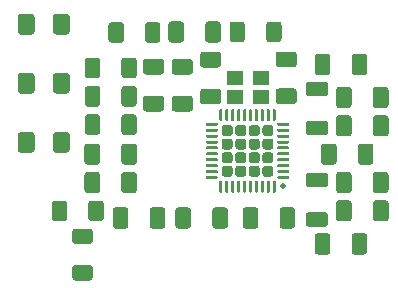
<source format=gbr>
%TF.GenerationSoftware,KiCad,Pcbnew,(5.1.9-0-10_14)*%
%TF.CreationDate,2021-04-13T14:38:05+01:00*%
%TF.ProjectId,PN532,504e3533-322e-46b6-9963-61645f706362,rev?*%
%TF.SameCoordinates,Original*%
%TF.FileFunction,Paste,Top*%
%TF.FilePolarity,Positive*%
%FSLAX46Y46*%
G04 Gerber Fmt 4.6, Leading zero omitted, Abs format (unit mm)*
G04 Created by KiCad (PCBNEW (5.1.9-0-10_14)) date 2021-04-13 14:38:05*
%MOMM*%
%LPD*%
G01*
G04 APERTURE LIST*
%ADD10R,1.400000X1.150000*%
%ADD11C,0.500000*%
%ADD12R,0.100000X0.100000*%
G04 APERTURE END LIST*
%TO.C,C11*%
G36*
G01*
X116337500Y-82050002D02*
X116337500Y-80749998D01*
G75*
G02*
X116587498Y-80500000I249998J0D01*
G01*
X117412502Y-80500000D01*
G75*
G02*
X117662500Y-80749998I0J-249998D01*
G01*
X117662500Y-82050002D01*
G75*
G02*
X117412502Y-82300000I-249998J0D01*
G01*
X116587498Y-82300000D01*
G75*
G02*
X116337500Y-82050002I0J249998D01*
G01*
G37*
G36*
G01*
X113212500Y-82050002D02*
X113212500Y-80749998D01*
G75*
G02*
X113462498Y-80500000I249998J0D01*
G01*
X114287502Y-80500000D01*
G75*
G02*
X114537500Y-80749998I0J-249998D01*
G01*
X114537500Y-82050002D01*
G75*
G02*
X114287502Y-82300000I-249998J0D01*
G01*
X113462498Y-82300000D01*
G75*
G02*
X113212500Y-82050002I0J249998D01*
G01*
G37*
%TD*%
%TO.C,C7*%
G36*
G01*
X116337500Y-79650002D02*
X116337500Y-78349998D01*
G75*
G02*
X116587498Y-78100000I249998J0D01*
G01*
X117412502Y-78100000D01*
G75*
G02*
X117662500Y-78349998I0J-249998D01*
G01*
X117662500Y-79650002D01*
G75*
G02*
X117412502Y-79900000I-249998J0D01*
G01*
X116587498Y-79900000D01*
G75*
G02*
X116337500Y-79650002I0J249998D01*
G01*
G37*
G36*
G01*
X113212500Y-79650002D02*
X113212500Y-78349998D01*
G75*
G02*
X113462498Y-78100000I249998J0D01*
G01*
X114287502Y-78100000D01*
G75*
G02*
X114537500Y-78349998I0J-249998D01*
G01*
X114537500Y-79650002D01*
G75*
G02*
X114287502Y-79900000I-249998J0D01*
G01*
X113462498Y-79900000D01*
G75*
G02*
X113212500Y-79650002I0J249998D01*
G01*
G37*
%TD*%
D10*
%TO.C,Y1*%
X125990000Y-74140000D03*
X125990000Y-72540000D03*
X128190000Y-72540000D03*
X128190000Y-74140000D03*
%TD*%
%TO.C,D3*%
G36*
G01*
X108995000Y-77375000D02*
X108995000Y-78625000D01*
G75*
G02*
X108745000Y-78875000I-250000J0D01*
G01*
X107820000Y-78875000D01*
G75*
G02*
X107570000Y-78625000I0J250000D01*
G01*
X107570000Y-77375000D01*
G75*
G02*
X107820000Y-77125000I250000J0D01*
G01*
X108745000Y-77125000D01*
G75*
G02*
X108995000Y-77375000I0J-250000D01*
G01*
G37*
G36*
G01*
X111970000Y-77375000D02*
X111970000Y-78625000D01*
G75*
G02*
X111720000Y-78875000I-250000J0D01*
G01*
X110795000Y-78875000D01*
G75*
G02*
X110545000Y-78625000I0J250000D01*
G01*
X110545000Y-77375000D01*
G75*
G02*
X110795000Y-77125000I250000J0D01*
G01*
X111720000Y-77125000D01*
G75*
G02*
X111970000Y-77375000I0J-250000D01*
G01*
G37*
%TD*%
%TO.C,D2*%
G36*
G01*
X108995000Y-72375000D02*
X108995000Y-73625000D01*
G75*
G02*
X108745000Y-73875000I-250000J0D01*
G01*
X107820000Y-73875000D01*
G75*
G02*
X107570000Y-73625000I0J250000D01*
G01*
X107570000Y-72375000D01*
G75*
G02*
X107820000Y-72125000I250000J0D01*
G01*
X108745000Y-72125000D01*
G75*
G02*
X108995000Y-72375000I0J-250000D01*
G01*
G37*
G36*
G01*
X111970000Y-72375000D02*
X111970000Y-73625000D01*
G75*
G02*
X111720000Y-73875000I-250000J0D01*
G01*
X110795000Y-73875000D01*
G75*
G02*
X110545000Y-73625000I0J250000D01*
G01*
X110545000Y-72375000D01*
G75*
G02*
X110795000Y-72125000I250000J0D01*
G01*
X111720000Y-72125000D01*
G75*
G02*
X111970000Y-72375000I0J-250000D01*
G01*
G37*
%TD*%
%TO.C,D1*%
G36*
G01*
X108995000Y-67375000D02*
X108995000Y-68625000D01*
G75*
G02*
X108745000Y-68875000I-250000J0D01*
G01*
X107820000Y-68875000D01*
G75*
G02*
X107570000Y-68625000I0J250000D01*
G01*
X107570000Y-67375000D01*
G75*
G02*
X107820000Y-67125000I250000J0D01*
G01*
X108745000Y-67125000D01*
G75*
G02*
X108995000Y-67375000I0J-250000D01*
G01*
G37*
G36*
G01*
X111970000Y-67375000D02*
X111970000Y-68625000D01*
G75*
G02*
X111720000Y-68875000I-250000J0D01*
G01*
X110795000Y-68875000D01*
G75*
G02*
X110545000Y-68625000I0J250000D01*
G01*
X110545000Y-67375000D01*
G75*
G02*
X110795000Y-67125000I250000J0D01*
G01*
X111720000Y-67125000D01*
G75*
G02*
X111970000Y-67375000I0J-250000D01*
G01*
G37*
%TD*%
D11*
%TO.C,U1*%
X130025000Y-81725000D03*
D12*
X130025000Y-81725000D03*
X124025000Y-81725000D03*
X124025000Y-75725000D03*
X130025000Y-75725000D03*
G36*
G01*
X125765000Y-76767500D02*
X125765000Y-77232500D01*
G75*
G02*
X125532500Y-77465000I-232500J0D01*
G01*
X125067500Y-77465000D01*
G75*
G02*
X124835000Y-77232500I0J232500D01*
G01*
X124835000Y-76767500D01*
G75*
G02*
X125067500Y-76535000I232500J0D01*
G01*
X125532500Y-76535000D01*
G75*
G02*
X125765000Y-76767500I0J-232500D01*
G01*
G37*
G36*
G01*
X125765000Y-77917500D02*
X125765000Y-78382500D01*
G75*
G02*
X125532500Y-78615000I-232500J0D01*
G01*
X125067500Y-78615000D01*
G75*
G02*
X124835000Y-78382500I0J232500D01*
G01*
X124835000Y-77917500D01*
G75*
G02*
X125067500Y-77685000I232500J0D01*
G01*
X125532500Y-77685000D01*
G75*
G02*
X125765000Y-77917500I0J-232500D01*
G01*
G37*
G36*
G01*
X125765000Y-79067500D02*
X125765000Y-79532500D01*
G75*
G02*
X125532500Y-79765000I-232500J0D01*
G01*
X125067500Y-79765000D01*
G75*
G02*
X124835000Y-79532500I0J232500D01*
G01*
X124835000Y-79067500D01*
G75*
G02*
X125067500Y-78835000I232500J0D01*
G01*
X125532500Y-78835000D01*
G75*
G02*
X125765000Y-79067500I0J-232500D01*
G01*
G37*
G36*
G01*
X125765000Y-80217500D02*
X125765000Y-80682500D01*
G75*
G02*
X125532500Y-80915000I-232500J0D01*
G01*
X125067500Y-80915000D01*
G75*
G02*
X124835000Y-80682500I0J232500D01*
G01*
X124835000Y-80217500D01*
G75*
G02*
X125067500Y-79985000I232500J0D01*
G01*
X125532500Y-79985000D01*
G75*
G02*
X125765000Y-80217500I0J-232500D01*
G01*
G37*
G36*
G01*
X126915000Y-76767500D02*
X126915000Y-77232500D01*
G75*
G02*
X126682500Y-77465000I-232500J0D01*
G01*
X126217500Y-77465000D01*
G75*
G02*
X125985000Y-77232500I0J232500D01*
G01*
X125985000Y-76767500D01*
G75*
G02*
X126217500Y-76535000I232500J0D01*
G01*
X126682500Y-76535000D01*
G75*
G02*
X126915000Y-76767500I0J-232500D01*
G01*
G37*
G36*
G01*
X126915000Y-77917500D02*
X126915000Y-78382500D01*
G75*
G02*
X126682500Y-78615000I-232500J0D01*
G01*
X126217500Y-78615000D01*
G75*
G02*
X125985000Y-78382500I0J232500D01*
G01*
X125985000Y-77917500D01*
G75*
G02*
X126217500Y-77685000I232500J0D01*
G01*
X126682500Y-77685000D01*
G75*
G02*
X126915000Y-77917500I0J-232500D01*
G01*
G37*
G36*
G01*
X126915000Y-79067500D02*
X126915000Y-79532500D01*
G75*
G02*
X126682500Y-79765000I-232500J0D01*
G01*
X126217500Y-79765000D01*
G75*
G02*
X125985000Y-79532500I0J232500D01*
G01*
X125985000Y-79067500D01*
G75*
G02*
X126217500Y-78835000I232500J0D01*
G01*
X126682500Y-78835000D01*
G75*
G02*
X126915000Y-79067500I0J-232500D01*
G01*
G37*
G36*
G01*
X126915000Y-80217500D02*
X126915000Y-80682500D01*
G75*
G02*
X126682500Y-80915000I-232500J0D01*
G01*
X126217500Y-80915000D01*
G75*
G02*
X125985000Y-80682500I0J232500D01*
G01*
X125985000Y-80217500D01*
G75*
G02*
X126217500Y-79985000I232500J0D01*
G01*
X126682500Y-79985000D01*
G75*
G02*
X126915000Y-80217500I0J-232500D01*
G01*
G37*
G36*
G01*
X128065000Y-76767500D02*
X128065000Y-77232500D01*
G75*
G02*
X127832500Y-77465000I-232500J0D01*
G01*
X127367500Y-77465000D01*
G75*
G02*
X127135000Y-77232500I0J232500D01*
G01*
X127135000Y-76767500D01*
G75*
G02*
X127367500Y-76535000I232500J0D01*
G01*
X127832500Y-76535000D01*
G75*
G02*
X128065000Y-76767500I0J-232500D01*
G01*
G37*
G36*
G01*
X128065000Y-77917500D02*
X128065000Y-78382500D01*
G75*
G02*
X127832500Y-78615000I-232500J0D01*
G01*
X127367500Y-78615000D01*
G75*
G02*
X127135000Y-78382500I0J232500D01*
G01*
X127135000Y-77917500D01*
G75*
G02*
X127367500Y-77685000I232500J0D01*
G01*
X127832500Y-77685000D01*
G75*
G02*
X128065000Y-77917500I0J-232500D01*
G01*
G37*
G36*
G01*
X128065000Y-79067500D02*
X128065000Y-79532500D01*
G75*
G02*
X127832500Y-79765000I-232500J0D01*
G01*
X127367500Y-79765000D01*
G75*
G02*
X127135000Y-79532500I0J232500D01*
G01*
X127135000Y-79067500D01*
G75*
G02*
X127367500Y-78835000I232500J0D01*
G01*
X127832500Y-78835000D01*
G75*
G02*
X128065000Y-79067500I0J-232500D01*
G01*
G37*
G36*
G01*
X128065000Y-80217500D02*
X128065000Y-80682500D01*
G75*
G02*
X127832500Y-80915000I-232500J0D01*
G01*
X127367500Y-80915000D01*
G75*
G02*
X127135000Y-80682500I0J232500D01*
G01*
X127135000Y-80217500D01*
G75*
G02*
X127367500Y-79985000I232500J0D01*
G01*
X127832500Y-79985000D01*
G75*
G02*
X128065000Y-80217500I0J-232500D01*
G01*
G37*
G36*
G01*
X129215000Y-76767500D02*
X129215000Y-77232500D01*
G75*
G02*
X128982500Y-77465000I-232500J0D01*
G01*
X128517500Y-77465000D01*
G75*
G02*
X128285000Y-77232500I0J232500D01*
G01*
X128285000Y-76767500D01*
G75*
G02*
X128517500Y-76535000I232500J0D01*
G01*
X128982500Y-76535000D01*
G75*
G02*
X129215000Y-76767500I0J-232500D01*
G01*
G37*
G36*
G01*
X129215000Y-77917500D02*
X129215000Y-78382500D01*
G75*
G02*
X128982500Y-78615000I-232500J0D01*
G01*
X128517500Y-78615000D01*
G75*
G02*
X128285000Y-78382500I0J232500D01*
G01*
X128285000Y-77917500D01*
G75*
G02*
X128517500Y-77685000I232500J0D01*
G01*
X128982500Y-77685000D01*
G75*
G02*
X129215000Y-77917500I0J-232500D01*
G01*
G37*
G36*
G01*
X129215000Y-79067500D02*
X129215000Y-79532500D01*
G75*
G02*
X128982500Y-79765000I-232500J0D01*
G01*
X128517500Y-79765000D01*
G75*
G02*
X128285000Y-79532500I0J232500D01*
G01*
X128285000Y-79067500D01*
G75*
G02*
X128517500Y-78835000I232500J0D01*
G01*
X128982500Y-78835000D01*
G75*
G02*
X129215000Y-79067500I0J-232500D01*
G01*
G37*
G36*
G01*
X129215000Y-80217500D02*
X129215000Y-80682500D01*
G75*
G02*
X128982500Y-80915000I-232500J0D01*
G01*
X128517500Y-80915000D01*
G75*
G02*
X128285000Y-80682500I0J232500D01*
G01*
X128285000Y-80217500D01*
G75*
G02*
X128517500Y-79985000I232500J0D01*
G01*
X128982500Y-79985000D01*
G75*
G02*
X129215000Y-80217500I0J-232500D01*
G01*
G37*
G36*
G01*
X129400000Y-81312500D02*
X129400000Y-82187500D01*
G75*
G02*
X129337500Y-82250000I-62500J0D01*
G01*
X129212500Y-82250000D01*
G75*
G02*
X129150000Y-82187500I0J62500D01*
G01*
X129150000Y-81312500D01*
G75*
G02*
X129212500Y-81250000I62500J0D01*
G01*
X129337500Y-81250000D01*
G75*
G02*
X129400000Y-81312500I0J-62500D01*
G01*
G37*
G36*
G01*
X128900000Y-81312500D02*
X128900000Y-82187500D01*
G75*
G02*
X128837500Y-82250000I-62500J0D01*
G01*
X128712500Y-82250000D01*
G75*
G02*
X128650000Y-82187500I0J62500D01*
G01*
X128650000Y-81312500D01*
G75*
G02*
X128712500Y-81250000I62500J0D01*
G01*
X128837500Y-81250000D01*
G75*
G02*
X128900000Y-81312500I0J-62500D01*
G01*
G37*
G36*
G01*
X128400000Y-81312500D02*
X128400000Y-82187500D01*
G75*
G02*
X128337500Y-82250000I-62500J0D01*
G01*
X128212500Y-82250000D01*
G75*
G02*
X128150000Y-82187500I0J62500D01*
G01*
X128150000Y-81312500D01*
G75*
G02*
X128212500Y-81250000I62500J0D01*
G01*
X128337500Y-81250000D01*
G75*
G02*
X128400000Y-81312500I0J-62500D01*
G01*
G37*
G36*
G01*
X127900000Y-81312500D02*
X127900000Y-82187500D01*
G75*
G02*
X127837500Y-82250000I-62500J0D01*
G01*
X127712500Y-82250000D01*
G75*
G02*
X127650000Y-82187500I0J62500D01*
G01*
X127650000Y-81312500D01*
G75*
G02*
X127712500Y-81250000I62500J0D01*
G01*
X127837500Y-81250000D01*
G75*
G02*
X127900000Y-81312500I0J-62500D01*
G01*
G37*
G36*
G01*
X127400000Y-81312500D02*
X127400000Y-82187500D01*
G75*
G02*
X127337500Y-82250000I-62500J0D01*
G01*
X127212500Y-82250000D01*
G75*
G02*
X127150000Y-82187500I0J62500D01*
G01*
X127150000Y-81312500D01*
G75*
G02*
X127212500Y-81250000I62500J0D01*
G01*
X127337500Y-81250000D01*
G75*
G02*
X127400000Y-81312500I0J-62500D01*
G01*
G37*
G36*
G01*
X126900000Y-81312500D02*
X126900000Y-82187500D01*
G75*
G02*
X126837500Y-82250000I-62500J0D01*
G01*
X126712500Y-82250000D01*
G75*
G02*
X126650000Y-82187500I0J62500D01*
G01*
X126650000Y-81312500D01*
G75*
G02*
X126712500Y-81250000I62500J0D01*
G01*
X126837500Y-81250000D01*
G75*
G02*
X126900000Y-81312500I0J-62500D01*
G01*
G37*
G36*
G01*
X126400000Y-81312500D02*
X126400000Y-82187500D01*
G75*
G02*
X126337500Y-82250000I-62500J0D01*
G01*
X126212500Y-82250000D01*
G75*
G02*
X126150000Y-82187500I0J62500D01*
G01*
X126150000Y-81312500D01*
G75*
G02*
X126212500Y-81250000I62500J0D01*
G01*
X126337500Y-81250000D01*
G75*
G02*
X126400000Y-81312500I0J-62500D01*
G01*
G37*
G36*
G01*
X125900000Y-81312500D02*
X125900000Y-82187500D01*
G75*
G02*
X125837500Y-82250000I-62500J0D01*
G01*
X125712500Y-82250000D01*
G75*
G02*
X125650000Y-82187500I0J62500D01*
G01*
X125650000Y-81312500D01*
G75*
G02*
X125712500Y-81250000I62500J0D01*
G01*
X125837500Y-81250000D01*
G75*
G02*
X125900000Y-81312500I0J-62500D01*
G01*
G37*
G36*
G01*
X125400000Y-81312500D02*
X125400000Y-82187500D01*
G75*
G02*
X125337500Y-82250000I-62500J0D01*
G01*
X125212500Y-82250000D01*
G75*
G02*
X125150000Y-82187500I0J62500D01*
G01*
X125150000Y-81312500D01*
G75*
G02*
X125212500Y-81250000I62500J0D01*
G01*
X125337500Y-81250000D01*
G75*
G02*
X125400000Y-81312500I0J-62500D01*
G01*
G37*
G36*
G01*
X124900000Y-81312500D02*
X124900000Y-82187500D01*
G75*
G02*
X124837500Y-82250000I-62500J0D01*
G01*
X124712500Y-82250000D01*
G75*
G02*
X124650000Y-82187500I0J62500D01*
G01*
X124650000Y-81312500D01*
G75*
G02*
X124712500Y-81250000I62500J0D01*
G01*
X124837500Y-81250000D01*
G75*
G02*
X124900000Y-81312500I0J-62500D01*
G01*
G37*
G36*
G01*
X124500000Y-80912500D02*
X124500000Y-81037500D01*
G75*
G02*
X124437500Y-81100000I-62500J0D01*
G01*
X123562500Y-81100000D01*
G75*
G02*
X123500000Y-81037500I0J62500D01*
G01*
X123500000Y-80912500D01*
G75*
G02*
X123562500Y-80850000I62500J0D01*
G01*
X124437500Y-80850000D01*
G75*
G02*
X124500000Y-80912500I0J-62500D01*
G01*
G37*
G36*
G01*
X124500000Y-80412500D02*
X124500000Y-80537500D01*
G75*
G02*
X124437500Y-80600000I-62500J0D01*
G01*
X123562500Y-80600000D01*
G75*
G02*
X123500000Y-80537500I0J62500D01*
G01*
X123500000Y-80412500D01*
G75*
G02*
X123562500Y-80350000I62500J0D01*
G01*
X124437500Y-80350000D01*
G75*
G02*
X124500000Y-80412500I0J-62500D01*
G01*
G37*
G36*
G01*
X124500000Y-79912500D02*
X124500000Y-80037500D01*
G75*
G02*
X124437500Y-80100000I-62500J0D01*
G01*
X123562500Y-80100000D01*
G75*
G02*
X123500000Y-80037500I0J62500D01*
G01*
X123500000Y-79912500D01*
G75*
G02*
X123562500Y-79850000I62500J0D01*
G01*
X124437500Y-79850000D01*
G75*
G02*
X124500000Y-79912500I0J-62500D01*
G01*
G37*
G36*
G01*
X124500000Y-79412500D02*
X124500000Y-79537500D01*
G75*
G02*
X124437500Y-79600000I-62500J0D01*
G01*
X123562500Y-79600000D01*
G75*
G02*
X123500000Y-79537500I0J62500D01*
G01*
X123500000Y-79412500D01*
G75*
G02*
X123562500Y-79350000I62500J0D01*
G01*
X124437500Y-79350000D01*
G75*
G02*
X124500000Y-79412500I0J-62500D01*
G01*
G37*
G36*
G01*
X124500000Y-78912500D02*
X124500000Y-79037500D01*
G75*
G02*
X124437500Y-79100000I-62500J0D01*
G01*
X123562500Y-79100000D01*
G75*
G02*
X123500000Y-79037500I0J62500D01*
G01*
X123500000Y-78912500D01*
G75*
G02*
X123562500Y-78850000I62500J0D01*
G01*
X124437500Y-78850000D01*
G75*
G02*
X124500000Y-78912500I0J-62500D01*
G01*
G37*
G36*
G01*
X124500000Y-78412500D02*
X124500000Y-78537500D01*
G75*
G02*
X124437500Y-78600000I-62500J0D01*
G01*
X123562500Y-78600000D01*
G75*
G02*
X123500000Y-78537500I0J62500D01*
G01*
X123500000Y-78412500D01*
G75*
G02*
X123562500Y-78350000I62500J0D01*
G01*
X124437500Y-78350000D01*
G75*
G02*
X124500000Y-78412500I0J-62500D01*
G01*
G37*
G36*
G01*
X124500000Y-77912500D02*
X124500000Y-78037500D01*
G75*
G02*
X124437500Y-78100000I-62500J0D01*
G01*
X123562500Y-78100000D01*
G75*
G02*
X123500000Y-78037500I0J62500D01*
G01*
X123500000Y-77912500D01*
G75*
G02*
X123562500Y-77850000I62500J0D01*
G01*
X124437500Y-77850000D01*
G75*
G02*
X124500000Y-77912500I0J-62500D01*
G01*
G37*
G36*
G01*
X124500000Y-77412500D02*
X124500000Y-77537500D01*
G75*
G02*
X124437500Y-77600000I-62500J0D01*
G01*
X123562500Y-77600000D01*
G75*
G02*
X123500000Y-77537500I0J62500D01*
G01*
X123500000Y-77412500D01*
G75*
G02*
X123562500Y-77350000I62500J0D01*
G01*
X124437500Y-77350000D01*
G75*
G02*
X124500000Y-77412500I0J-62500D01*
G01*
G37*
G36*
G01*
X124500000Y-76912500D02*
X124500000Y-77037500D01*
G75*
G02*
X124437500Y-77100000I-62500J0D01*
G01*
X123562500Y-77100000D01*
G75*
G02*
X123500000Y-77037500I0J62500D01*
G01*
X123500000Y-76912500D01*
G75*
G02*
X123562500Y-76850000I62500J0D01*
G01*
X124437500Y-76850000D01*
G75*
G02*
X124500000Y-76912500I0J-62500D01*
G01*
G37*
G36*
G01*
X124500000Y-76412500D02*
X124500000Y-76537500D01*
G75*
G02*
X124437500Y-76600000I-62500J0D01*
G01*
X123562500Y-76600000D01*
G75*
G02*
X123500000Y-76537500I0J62500D01*
G01*
X123500000Y-76412500D01*
G75*
G02*
X123562500Y-76350000I62500J0D01*
G01*
X124437500Y-76350000D01*
G75*
G02*
X124500000Y-76412500I0J-62500D01*
G01*
G37*
G36*
G01*
X124900000Y-75262500D02*
X124900000Y-76137500D01*
G75*
G02*
X124837500Y-76200000I-62500J0D01*
G01*
X124712500Y-76200000D01*
G75*
G02*
X124650000Y-76137500I0J62500D01*
G01*
X124650000Y-75262500D01*
G75*
G02*
X124712500Y-75200000I62500J0D01*
G01*
X124837500Y-75200000D01*
G75*
G02*
X124900000Y-75262500I0J-62500D01*
G01*
G37*
G36*
G01*
X125400000Y-75262500D02*
X125400000Y-76137500D01*
G75*
G02*
X125337500Y-76200000I-62500J0D01*
G01*
X125212500Y-76200000D01*
G75*
G02*
X125150000Y-76137500I0J62500D01*
G01*
X125150000Y-75262500D01*
G75*
G02*
X125212500Y-75200000I62500J0D01*
G01*
X125337500Y-75200000D01*
G75*
G02*
X125400000Y-75262500I0J-62500D01*
G01*
G37*
G36*
G01*
X125900000Y-75262500D02*
X125900000Y-76137500D01*
G75*
G02*
X125837500Y-76200000I-62500J0D01*
G01*
X125712500Y-76200000D01*
G75*
G02*
X125650000Y-76137500I0J62500D01*
G01*
X125650000Y-75262500D01*
G75*
G02*
X125712500Y-75200000I62500J0D01*
G01*
X125837500Y-75200000D01*
G75*
G02*
X125900000Y-75262500I0J-62500D01*
G01*
G37*
G36*
G01*
X126400000Y-75262500D02*
X126400000Y-76137500D01*
G75*
G02*
X126337500Y-76200000I-62500J0D01*
G01*
X126212500Y-76200000D01*
G75*
G02*
X126150000Y-76137500I0J62500D01*
G01*
X126150000Y-75262500D01*
G75*
G02*
X126212500Y-75200000I62500J0D01*
G01*
X126337500Y-75200000D01*
G75*
G02*
X126400000Y-75262500I0J-62500D01*
G01*
G37*
G36*
G01*
X126900000Y-75262500D02*
X126900000Y-76137500D01*
G75*
G02*
X126837500Y-76200000I-62500J0D01*
G01*
X126712500Y-76200000D01*
G75*
G02*
X126650000Y-76137500I0J62500D01*
G01*
X126650000Y-75262500D01*
G75*
G02*
X126712500Y-75200000I62500J0D01*
G01*
X126837500Y-75200000D01*
G75*
G02*
X126900000Y-75262500I0J-62500D01*
G01*
G37*
G36*
G01*
X127400000Y-75262500D02*
X127400000Y-76137500D01*
G75*
G02*
X127337500Y-76200000I-62500J0D01*
G01*
X127212500Y-76200000D01*
G75*
G02*
X127150000Y-76137500I0J62500D01*
G01*
X127150000Y-75262500D01*
G75*
G02*
X127212500Y-75200000I62500J0D01*
G01*
X127337500Y-75200000D01*
G75*
G02*
X127400000Y-75262500I0J-62500D01*
G01*
G37*
G36*
G01*
X127900000Y-75262500D02*
X127900000Y-76137500D01*
G75*
G02*
X127837500Y-76200000I-62500J0D01*
G01*
X127712500Y-76200000D01*
G75*
G02*
X127650000Y-76137500I0J62500D01*
G01*
X127650000Y-75262500D01*
G75*
G02*
X127712500Y-75200000I62500J0D01*
G01*
X127837500Y-75200000D01*
G75*
G02*
X127900000Y-75262500I0J-62500D01*
G01*
G37*
G36*
G01*
X128400000Y-75262500D02*
X128400000Y-76137500D01*
G75*
G02*
X128337500Y-76200000I-62500J0D01*
G01*
X128212500Y-76200000D01*
G75*
G02*
X128150000Y-76137500I0J62500D01*
G01*
X128150000Y-75262500D01*
G75*
G02*
X128212500Y-75200000I62500J0D01*
G01*
X128337500Y-75200000D01*
G75*
G02*
X128400000Y-75262500I0J-62500D01*
G01*
G37*
G36*
G01*
X128900000Y-75262500D02*
X128900000Y-76137500D01*
G75*
G02*
X128837500Y-76200000I-62500J0D01*
G01*
X128712500Y-76200000D01*
G75*
G02*
X128650000Y-76137500I0J62500D01*
G01*
X128650000Y-75262500D01*
G75*
G02*
X128712500Y-75200000I62500J0D01*
G01*
X128837500Y-75200000D01*
G75*
G02*
X128900000Y-75262500I0J-62500D01*
G01*
G37*
G36*
G01*
X129400000Y-75262500D02*
X129400000Y-76137500D01*
G75*
G02*
X129337500Y-76200000I-62500J0D01*
G01*
X129212500Y-76200000D01*
G75*
G02*
X129150000Y-76137500I0J62500D01*
G01*
X129150000Y-75262500D01*
G75*
G02*
X129212500Y-75200000I62500J0D01*
G01*
X129337500Y-75200000D01*
G75*
G02*
X129400000Y-75262500I0J-62500D01*
G01*
G37*
G36*
G01*
X130550000Y-76412500D02*
X130550000Y-76537500D01*
G75*
G02*
X130487500Y-76600000I-62500J0D01*
G01*
X129612500Y-76600000D01*
G75*
G02*
X129550000Y-76537500I0J62500D01*
G01*
X129550000Y-76412500D01*
G75*
G02*
X129612500Y-76350000I62500J0D01*
G01*
X130487500Y-76350000D01*
G75*
G02*
X130550000Y-76412500I0J-62500D01*
G01*
G37*
G36*
G01*
X130550000Y-76912500D02*
X130550000Y-77037500D01*
G75*
G02*
X130487500Y-77100000I-62500J0D01*
G01*
X129612500Y-77100000D01*
G75*
G02*
X129550000Y-77037500I0J62500D01*
G01*
X129550000Y-76912500D01*
G75*
G02*
X129612500Y-76850000I62500J0D01*
G01*
X130487500Y-76850000D01*
G75*
G02*
X130550000Y-76912500I0J-62500D01*
G01*
G37*
G36*
G01*
X130550000Y-77412500D02*
X130550000Y-77537500D01*
G75*
G02*
X130487500Y-77600000I-62500J0D01*
G01*
X129612500Y-77600000D01*
G75*
G02*
X129550000Y-77537500I0J62500D01*
G01*
X129550000Y-77412500D01*
G75*
G02*
X129612500Y-77350000I62500J0D01*
G01*
X130487500Y-77350000D01*
G75*
G02*
X130550000Y-77412500I0J-62500D01*
G01*
G37*
G36*
G01*
X130550000Y-77912500D02*
X130550000Y-78037500D01*
G75*
G02*
X130487500Y-78100000I-62500J0D01*
G01*
X129612500Y-78100000D01*
G75*
G02*
X129550000Y-78037500I0J62500D01*
G01*
X129550000Y-77912500D01*
G75*
G02*
X129612500Y-77850000I62500J0D01*
G01*
X130487500Y-77850000D01*
G75*
G02*
X130550000Y-77912500I0J-62500D01*
G01*
G37*
G36*
G01*
X130550000Y-78412500D02*
X130550000Y-78537500D01*
G75*
G02*
X130487500Y-78600000I-62500J0D01*
G01*
X129612500Y-78600000D01*
G75*
G02*
X129550000Y-78537500I0J62500D01*
G01*
X129550000Y-78412500D01*
G75*
G02*
X129612500Y-78350000I62500J0D01*
G01*
X130487500Y-78350000D01*
G75*
G02*
X130550000Y-78412500I0J-62500D01*
G01*
G37*
G36*
G01*
X130550000Y-78912500D02*
X130550000Y-79037500D01*
G75*
G02*
X130487500Y-79100000I-62500J0D01*
G01*
X129612500Y-79100000D01*
G75*
G02*
X129550000Y-79037500I0J62500D01*
G01*
X129550000Y-78912500D01*
G75*
G02*
X129612500Y-78850000I62500J0D01*
G01*
X130487500Y-78850000D01*
G75*
G02*
X130550000Y-78912500I0J-62500D01*
G01*
G37*
G36*
G01*
X130550000Y-79412500D02*
X130550000Y-79537500D01*
G75*
G02*
X130487500Y-79600000I-62500J0D01*
G01*
X129612500Y-79600000D01*
G75*
G02*
X129550000Y-79537500I0J62500D01*
G01*
X129550000Y-79412500D01*
G75*
G02*
X129612500Y-79350000I62500J0D01*
G01*
X130487500Y-79350000D01*
G75*
G02*
X130550000Y-79412500I0J-62500D01*
G01*
G37*
G36*
G01*
X130550000Y-79912500D02*
X130550000Y-80037500D01*
G75*
G02*
X130487500Y-80100000I-62500J0D01*
G01*
X129612500Y-80100000D01*
G75*
G02*
X129550000Y-80037500I0J62500D01*
G01*
X129550000Y-79912500D01*
G75*
G02*
X129612500Y-79850000I62500J0D01*
G01*
X130487500Y-79850000D01*
G75*
G02*
X130550000Y-79912500I0J-62500D01*
G01*
G37*
G36*
G01*
X130550000Y-80412500D02*
X130550000Y-80537500D01*
G75*
G02*
X130487500Y-80600000I-62500J0D01*
G01*
X129612500Y-80600000D01*
G75*
G02*
X129550000Y-80537500I0J62500D01*
G01*
X129550000Y-80412500D01*
G75*
G02*
X129612500Y-80350000I62500J0D01*
G01*
X130487500Y-80350000D01*
G75*
G02*
X130550000Y-80412500I0J-62500D01*
G01*
G37*
G36*
G01*
X130550000Y-80912500D02*
X130550000Y-81037500D01*
G75*
G02*
X130487500Y-81100000I-62500J0D01*
G01*
X129612500Y-81100000D01*
G75*
G02*
X129550000Y-81037500I0J62500D01*
G01*
X129550000Y-80912500D01*
G75*
G02*
X129612500Y-80850000I62500J0D01*
G01*
X130487500Y-80850000D01*
G75*
G02*
X130550000Y-80912500I0J-62500D01*
G01*
G37*
%TD*%
%TO.C,R7*%
G36*
G01*
X114550000Y-75874999D02*
X114550000Y-77125001D01*
G75*
G02*
X114300001Y-77375000I-249999J0D01*
G01*
X113499999Y-77375000D01*
G75*
G02*
X113250000Y-77125001I0J249999D01*
G01*
X113250000Y-75874999D01*
G75*
G02*
X113499999Y-75625000I249999J0D01*
G01*
X114300001Y-75625000D01*
G75*
G02*
X114550000Y-75874999I0J-249999D01*
G01*
G37*
G36*
G01*
X117650000Y-75874999D02*
X117650000Y-77125001D01*
G75*
G02*
X117400001Y-77375000I-249999J0D01*
G01*
X116599999Y-77375000D01*
G75*
G02*
X116350000Y-77125001I0J249999D01*
G01*
X116350000Y-75874999D01*
G75*
G02*
X116599999Y-75625000I249999J0D01*
G01*
X117400001Y-75625000D01*
G75*
G02*
X117650000Y-75874999I0J-249999D01*
G01*
G37*
%TD*%
%TO.C,R6*%
G36*
G01*
X114550000Y-73474999D02*
X114550000Y-74725001D01*
G75*
G02*
X114300001Y-74975000I-249999J0D01*
G01*
X113499999Y-74975000D01*
G75*
G02*
X113250000Y-74725001I0J249999D01*
G01*
X113250000Y-73474999D01*
G75*
G02*
X113499999Y-73225000I249999J0D01*
G01*
X114300001Y-73225000D01*
G75*
G02*
X114550000Y-73474999I0J-249999D01*
G01*
G37*
G36*
G01*
X117650000Y-73474999D02*
X117650000Y-74725001D01*
G75*
G02*
X117400001Y-74975000I-249999J0D01*
G01*
X116599999Y-74975000D01*
G75*
G02*
X116350000Y-74725001I0J249999D01*
G01*
X116350000Y-73474999D01*
G75*
G02*
X116599999Y-73225000I249999J0D01*
G01*
X117400001Y-73225000D01*
G75*
G02*
X117650000Y-73474999I0J-249999D01*
G01*
G37*
%TD*%
%TO.C,R5*%
G36*
G01*
X114550000Y-71074999D02*
X114550000Y-72325001D01*
G75*
G02*
X114300001Y-72575000I-249999J0D01*
G01*
X113499999Y-72575000D01*
G75*
G02*
X113250000Y-72325001I0J249999D01*
G01*
X113250000Y-71074999D01*
G75*
G02*
X113499999Y-70825000I249999J0D01*
G01*
X114300001Y-70825000D01*
G75*
G02*
X114550000Y-71074999I0J-249999D01*
G01*
G37*
G36*
G01*
X117650000Y-71074999D02*
X117650000Y-72325001D01*
G75*
G02*
X117400001Y-72575000I-249999J0D01*
G01*
X116599999Y-72575000D01*
G75*
G02*
X116350000Y-72325001I0J249999D01*
G01*
X116350000Y-71074999D01*
G75*
G02*
X116599999Y-70825000I249999J0D01*
G01*
X117400001Y-70825000D01*
G75*
G02*
X117650000Y-71074999I0J-249999D01*
G01*
G37*
%TD*%
%TO.C,L2*%
G36*
G01*
X132199999Y-76187500D02*
X133600001Y-76187500D01*
G75*
G02*
X133850000Y-76437499I0J-249999D01*
G01*
X133850000Y-77162501D01*
G75*
G02*
X133600001Y-77412500I-249999J0D01*
G01*
X132199999Y-77412500D01*
G75*
G02*
X131950000Y-77162501I0J249999D01*
G01*
X131950000Y-76437499D01*
G75*
G02*
X132199999Y-76187500I249999J0D01*
G01*
G37*
G36*
G01*
X132199999Y-72862500D02*
X133600001Y-72862500D01*
G75*
G02*
X133850000Y-73112499I0J-249999D01*
G01*
X133850000Y-73837501D01*
G75*
G02*
X133600001Y-74087500I-249999J0D01*
G01*
X132199999Y-74087500D01*
G75*
G02*
X131950000Y-73837501I0J249999D01*
G01*
X131950000Y-73112499D01*
G75*
G02*
X132199999Y-72862500I249999J0D01*
G01*
G37*
%TD*%
%TO.C,L1*%
G36*
G01*
X132199999Y-83912500D02*
X133600001Y-83912500D01*
G75*
G02*
X133850000Y-84162499I0J-249999D01*
G01*
X133850000Y-84887501D01*
G75*
G02*
X133600001Y-85137500I-249999J0D01*
G01*
X132199999Y-85137500D01*
G75*
G02*
X131950000Y-84887501I0J249999D01*
G01*
X131950000Y-84162499D01*
G75*
G02*
X132199999Y-83912500I249999J0D01*
G01*
G37*
G36*
G01*
X132199999Y-80587500D02*
X133600001Y-80587500D01*
G75*
G02*
X133850000Y-80837499I0J-249999D01*
G01*
X133850000Y-81562501D01*
G75*
G02*
X133600001Y-81812500I-249999J0D01*
G01*
X132199999Y-81812500D01*
G75*
G02*
X131950000Y-81562501I0J249999D01*
G01*
X131950000Y-80837499D01*
G75*
G02*
X132199999Y-80587500I249999J0D01*
G01*
G37*
%TD*%
%TO.C,R4*%
G36*
G01*
X113550000Y-84425001D02*
X113550000Y-83174999D01*
G75*
G02*
X113799999Y-82925000I249999J0D01*
G01*
X114600001Y-82925000D01*
G75*
G02*
X114850000Y-83174999I0J-249999D01*
G01*
X114850000Y-84425001D01*
G75*
G02*
X114600001Y-84675000I-249999J0D01*
G01*
X113799999Y-84675000D01*
G75*
G02*
X113550000Y-84425001I0J249999D01*
G01*
G37*
G36*
G01*
X110450000Y-84425001D02*
X110450000Y-83174999D01*
G75*
G02*
X110699999Y-82925000I249999J0D01*
G01*
X111500001Y-82925000D01*
G75*
G02*
X111750000Y-83174999I0J-249999D01*
G01*
X111750000Y-84425001D01*
G75*
G02*
X111500001Y-84675000I-249999J0D01*
G01*
X110699999Y-84675000D01*
G75*
G02*
X110450000Y-84425001I0J249999D01*
G01*
G37*
%TD*%
%TO.C,R3*%
G36*
G01*
X112424999Y-88400000D02*
X113675001Y-88400000D01*
G75*
G02*
X113925000Y-88649999I0J-249999D01*
G01*
X113925000Y-89450001D01*
G75*
G02*
X113675001Y-89700000I-249999J0D01*
G01*
X112424999Y-89700000D01*
G75*
G02*
X112175000Y-89450001I0J249999D01*
G01*
X112175000Y-88649999D01*
G75*
G02*
X112424999Y-88400000I249999J0D01*
G01*
G37*
G36*
G01*
X112424999Y-85300000D02*
X113675001Y-85300000D01*
G75*
G02*
X113925000Y-85549999I0J-249999D01*
G01*
X113925000Y-86350001D01*
G75*
G02*
X113675001Y-86600000I-249999J0D01*
G01*
X112424999Y-86600000D01*
G75*
G02*
X112175000Y-86350001I0J249999D01*
G01*
X112175000Y-85549999D01*
G75*
G02*
X112424999Y-85300000I249999J0D01*
G01*
G37*
%TD*%
%TO.C,R2*%
G36*
G01*
X116550000Y-68074999D02*
X116550000Y-69325001D01*
G75*
G02*
X116300001Y-69575000I-249999J0D01*
G01*
X115499999Y-69575000D01*
G75*
G02*
X115250000Y-69325001I0J249999D01*
G01*
X115250000Y-68074999D01*
G75*
G02*
X115499999Y-67825000I249999J0D01*
G01*
X116300001Y-67825000D01*
G75*
G02*
X116550000Y-68074999I0J-249999D01*
G01*
G37*
G36*
G01*
X119650000Y-68074999D02*
X119650000Y-69325001D01*
G75*
G02*
X119400001Y-69575000I-249999J0D01*
G01*
X118599999Y-69575000D01*
G75*
G02*
X118350000Y-69325001I0J249999D01*
G01*
X118350000Y-68074999D01*
G75*
G02*
X118599999Y-67825000I249999J0D01*
G01*
X119400001Y-67825000D01*
G75*
G02*
X119650000Y-68074999I0J-249999D01*
G01*
G37*
%TD*%
%TO.C,R1*%
G36*
G01*
X128600000Y-69275001D02*
X128600000Y-68024999D01*
G75*
G02*
X128849999Y-67775000I249999J0D01*
G01*
X129650001Y-67775000D01*
G75*
G02*
X129900000Y-68024999I0J-249999D01*
G01*
X129900000Y-69275001D01*
G75*
G02*
X129650001Y-69525000I-249999J0D01*
G01*
X128849999Y-69525000D01*
G75*
G02*
X128600000Y-69275001I0J249999D01*
G01*
G37*
G36*
G01*
X125500000Y-69275001D02*
X125500000Y-68024999D01*
G75*
G02*
X125749999Y-67775000I249999J0D01*
G01*
X126550001Y-67775000D01*
G75*
G02*
X126800000Y-68024999I0J-249999D01*
G01*
X126800000Y-69275001D01*
G75*
G02*
X126550001Y-69525000I-249999J0D01*
G01*
X125749999Y-69525000D01*
G75*
G02*
X125500000Y-69275001I0J249999D01*
G01*
G37*
%TD*%
%TO.C,C17*%
G36*
G01*
X119712502Y-72262500D02*
X118412498Y-72262500D01*
G75*
G02*
X118162500Y-72012502I0J249998D01*
G01*
X118162500Y-71187498D01*
G75*
G02*
X118412498Y-70937500I249998J0D01*
G01*
X119712502Y-70937500D01*
G75*
G02*
X119962500Y-71187498I0J-249998D01*
G01*
X119962500Y-72012502D01*
G75*
G02*
X119712502Y-72262500I-249998J0D01*
G01*
G37*
G36*
G01*
X119712502Y-75387500D02*
X118412498Y-75387500D01*
G75*
G02*
X118162500Y-75137502I0J249998D01*
G01*
X118162500Y-74312498D01*
G75*
G02*
X118412498Y-74062500I249998J0D01*
G01*
X119712502Y-74062500D01*
G75*
G02*
X119962500Y-74312498I0J-249998D01*
G01*
X119962500Y-75137502D01*
G75*
G02*
X119712502Y-75387500I-249998J0D01*
G01*
G37*
%TD*%
%TO.C,C16*%
G36*
G01*
X124550002Y-71662500D02*
X123249998Y-71662500D01*
G75*
G02*
X123000000Y-71412502I0J249998D01*
G01*
X123000000Y-70587498D01*
G75*
G02*
X123249998Y-70337500I249998J0D01*
G01*
X124550002Y-70337500D01*
G75*
G02*
X124800000Y-70587498I0J-249998D01*
G01*
X124800000Y-71412502D01*
G75*
G02*
X124550002Y-71662500I-249998J0D01*
G01*
G37*
G36*
G01*
X124550002Y-74787500D02*
X123249998Y-74787500D01*
G75*
G02*
X123000000Y-74537502I0J249998D01*
G01*
X123000000Y-73712498D01*
G75*
G02*
X123249998Y-73462500I249998J0D01*
G01*
X124550002Y-73462500D01*
G75*
G02*
X124800000Y-73712498I0J-249998D01*
G01*
X124800000Y-74537502D01*
G75*
G02*
X124550002Y-74787500I-249998J0D01*
G01*
G37*
%TD*%
%TO.C,C15*%
G36*
G01*
X130950002Y-71637500D02*
X129649998Y-71637500D01*
G75*
G02*
X129400000Y-71387502I0J249998D01*
G01*
X129400000Y-70562498D01*
G75*
G02*
X129649998Y-70312500I249998J0D01*
G01*
X130950002Y-70312500D01*
G75*
G02*
X131200000Y-70562498I0J-249998D01*
G01*
X131200000Y-71387502D01*
G75*
G02*
X130950002Y-71637500I-249998J0D01*
G01*
G37*
G36*
G01*
X130950002Y-74762500D02*
X129649998Y-74762500D01*
G75*
G02*
X129400000Y-74512502I0J249998D01*
G01*
X129400000Y-73687498D01*
G75*
G02*
X129649998Y-73437500I249998J0D01*
G01*
X130950002Y-73437500D01*
G75*
G02*
X131200000Y-73687498I0J-249998D01*
G01*
X131200000Y-74512502D01*
G75*
G02*
X130950002Y-74762500I-249998J0D01*
G01*
G37*
%TD*%
%TO.C,C14*%
G36*
G01*
X116937500Y-83749998D02*
X116937500Y-85050002D01*
G75*
G02*
X116687502Y-85300000I-249998J0D01*
G01*
X115862498Y-85300000D01*
G75*
G02*
X115612500Y-85050002I0J249998D01*
G01*
X115612500Y-83749998D01*
G75*
G02*
X115862498Y-83500000I249998J0D01*
G01*
X116687502Y-83500000D01*
G75*
G02*
X116937500Y-83749998I0J-249998D01*
G01*
G37*
G36*
G01*
X120062500Y-83749998D02*
X120062500Y-85050002D01*
G75*
G02*
X119812502Y-85300000I-249998J0D01*
G01*
X118987498Y-85300000D01*
G75*
G02*
X118737500Y-85050002I0J249998D01*
G01*
X118737500Y-83749998D01*
G75*
G02*
X118987498Y-83500000I249998J0D01*
G01*
X119812502Y-83500000D01*
G75*
G02*
X120062500Y-83749998I0J-249998D01*
G01*
G37*
%TD*%
%TO.C,C13*%
G36*
G01*
X127937500Y-83749998D02*
X127937500Y-85050002D01*
G75*
G02*
X127687502Y-85300000I-249998J0D01*
G01*
X126862498Y-85300000D01*
G75*
G02*
X126612500Y-85050002I0J249998D01*
G01*
X126612500Y-83749998D01*
G75*
G02*
X126862498Y-83500000I249998J0D01*
G01*
X127687502Y-83500000D01*
G75*
G02*
X127937500Y-83749998I0J-249998D01*
G01*
G37*
G36*
G01*
X131062500Y-83749998D02*
X131062500Y-85050002D01*
G75*
G02*
X130812502Y-85300000I-249998J0D01*
G01*
X129987498Y-85300000D01*
G75*
G02*
X129737500Y-85050002I0J249998D01*
G01*
X129737500Y-83749998D01*
G75*
G02*
X129987498Y-83500000I249998J0D01*
G01*
X130812502Y-83500000D01*
G75*
G02*
X131062500Y-83749998I0J-249998D01*
G01*
G37*
%TD*%
%TO.C,C12*%
G36*
G01*
X124037500Y-85050002D02*
X124037500Y-83749998D01*
G75*
G02*
X124287498Y-83500000I249998J0D01*
G01*
X125112502Y-83500000D01*
G75*
G02*
X125362500Y-83749998I0J-249998D01*
G01*
X125362500Y-85050002D01*
G75*
G02*
X125112502Y-85300000I-249998J0D01*
G01*
X124287498Y-85300000D01*
G75*
G02*
X124037500Y-85050002I0J249998D01*
G01*
G37*
G36*
G01*
X120912500Y-85050002D02*
X120912500Y-83749998D01*
G75*
G02*
X121162498Y-83500000I249998J0D01*
G01*
X121987502Y-83500000D01*
G75*
G02*
X122237500Y-83749998I0J-249998D01*
G01*
X122237500Y-85050002D01*
G75*
G02*
X121987502Y-85300000I-249998J0D01*
G01*
X121162498Y-85300000D01*
G75*
G02*
X120912500Y-85050002I0J249998D01*
G01*
G37*
%TD*%
%TO.C,C10*%
G36*
G01*
X120849998Y-74062500D02*
X122150002Y-74062500D01*
G75*
G02*
X122400000Y-74312498I0J-249998D01*
G01*
X122400000Y-75137502D01*
G75*
G02*
X122150002Y-75387500I-249998J0D01*
G01*
X120849998Y-75387500D01*
G75*
G02*
X120600000Y-75137502I0J249998D01*
G01*
X120600000Y-74312498D01*
G75*
G02*
X120849998Y-74062500I249998J0D01*
G01*
G37*
G36*
G01*
X120849998Y-70937500D02*
X122150002Y-70937500D01*
G75*
G02*
X122400000Y-71187498I0J-249998D01*
G01*
X122400000Y-72012502D01*
G75*
G02*
X122150002Y-72262500I-249998J0D01*
G01*
X120849998Y-72262500D01*
G75*
G02*
X120600000Y-72012502I0J249998D01*
G01*
X120600000Y-71187498D01*
G75*
G02*
X120849998Y-70937500I249998J0D01*
G01*
G37*
%TD*%
%TO.C,C9*%
G36*
G01*
X136362500Y-79650002D02*
X136362500Y-78349998D01*
G75*
G02*
X136612498Y-78100000I249998J0D01*
G01*
X137437502Y-78100000D01*
G75*
G02*
X137687500Y-78349998I0J-249998D01*
G01*
X137687500Y-79650002D01*
G75*
G02*
X137437502Y-79900000I-249998J0D01*
G01*
X136612498Y-79900000D01*
G75*
G02*
X136362500Y-79650002I0J249998D01*
G01*
G37*
G36*
G01*
X133237500Y-79650002D02*
X133237500Y-78349998D01*
G75*
G02*
X133487498Y-78100000I249998J0D01*
G01*
X134312502Y-78100000D01*
G75*
G02*
X134562500Y-78349998I0J-249998D01*
G01*
X134562500Y-79650002D01*
G75*
G02*
X134312502Y-79900000I-249998J0D01*
G01*
X133487498Y-79900000D01*
G75*
G02*
X133237500Y-79650002I0J249998D01*
G01*
G37*
%TD*%
%TO.C,C8*%
G36*
G01*
X123437500Y-69312502D02*
X123437500Y-68012498D01*
G75*
G02*
X123687498Y-67762500I249998J0D01*
G01*
X124512502Y-67762500D01*
G75*
G02*
X124762500Y-68012498I0J-249998D01*
G01*
X124762500Y-69312502D01*
G75*
G02*
X124512502Y-69562500I-249998J0D01*
G01*
X123687498Y-69562500D01*
G75*
G02*
X123437500Y-69312502I0J249998D01*
G01*
G37*
G36*
G01*
X120312500Y-69312502D02*
X120312500Y-68012498D01*
G75*
G02*
X120562498Y-67762500I249998J0D01*
G01*
X121387502Y-67762500D01*
G75*
G02*
X121637500Y-68012498I0J-249998D01*
G01*
X121637500Y-69312502D01*
G75*
G02*
X121387502Y-69562500I-249998J0D01*
G01*
X120562498Y-69562500D01*
G75*
G02*
X120312500Y-69312502I0J249998D01*
G01*
G37*
%TD*%
%TO.C,C6*%
G36*
G01*
X134037500Y-70749998D02*
X134037500Y-72050002D01*
G75*
G02*
X133787502Y-72300000I-249998J0D01*
G01*
X132962498Y-72300000D01*
G75*
G02*
X132712500Y-72050002I0J249998D01*
G01*
X132712500Y-70749998D01*
G75*
G02*
X132962498Y-70500000I249998J0D01*
G01*
X133787502Y-70500000D01*
G75*
G02*
X134037500Y-70749998I0J-249998D01*
G01*
G37*
G36*
G01*
X137162500Y-70749998D02*
X137162500Y-72050002D01*
G75*
G02*
X136912502Y-72300000I-249998J0D01*
G01*
X136087498Y-72300000D01*
G75*
G02*
X135837500Y-72050002I0J249998D01*
G01*
X135837500Y-70749998D01*
G75*
G02*
X136087498Y-70500000I249998J0D01*
G01*
X136912502Y-70500000D01*
G75*
G02*
X137162500Y-70749998I0J-249998D01*
G01*
G37*
%TD*%
%TO.C,C5*%
G36*
G01*
X134037500Y-85949998D02*
X134037500Y-87250002D01*
G75*
G02*
X133787502Y-87500000I-249998J0D01*
G01*
X132962498Y-87500000D01*
G75*
G02*
X132712500Y-87250002I0J249998D01*
G01*
X132712500Y-85949998D01*
G75*
G02*
X132962498Y-85700000I249998J0D01*
G01*
X133787502Y-85700000D01*
G75*
G02*
X134037500Y-85949998I0J-249998D01*
G01*
G37*
G36*
G01*
X137162500Y-85949998D02*
X137162500Y-87250002D01*
G75*
G02*
X136912502Y-87500000I-249998J0D01*
G01*
X136087498Y-87500000D01*
G75*
G02*
X135837500Y-87250002I0J249998D01*
G01*
X135837500Y-85949998D01*
G75*
G02*
X136087498Y-85700000I249998J0D01*
G01*
X136912502Y-85700000D01*
G75*
G02*
X137162500Y-85949998I0J-249998D01*
G01*
G37*
%TD*%
%TO.C,C4*%
G36*
G01*
X135837500Y-73549998D02*
X135837500Y-74850002D01*
G75*
G02*
X135587502Y-75100000I-249998J0D01*
G01*
X134762498Y-75100000D01*
G75*
G02*
X134512500Y-74850002I0J249998D01*
G01*
X134512500Y-73549998D01*
G75*
G02*
X134762498Y-73300000I249998J0D01*
G01*
X135587502Y-73300000D01*
G75*
G02*
X135837500Y-73549998I0J-249998D01*
G01*
G37*
G36*
G01*
X138962500Y-73549998D02*
X138962500Y-74850002D01*
G75*
G02*
X138712502Y-75100000I-249998J0D01*
G01*
X137887498Y-75100000D01*
G75*
G02*
X137637500Y-74850002I0J249998D01*
G01*
X137637500Y-73549998D01*
G75*
G02*
X137887498Y-73300000I249998J0D01*
G01*
X138712502Y-73300000D01*
G75*
G02*
X138962500Y-73549998I0J-249998D01*
G01*
G37*
%TD*%
%TO.C,C3*%
G36*
G01*
X137637500Y-84450002D02*
X137637500Y-83149998D01*
G75*
G02*
X137887498Y-82900000I249998J0D01*
G01*
X138712502Y-82900000D01*
G75*
G02*
X138962500Y-83149998I0J-249998D01*
G01*
X138962500Y-84450002D01*
G75*
G02*
X138712502Y-84700000I-249998J0D01*
G01*
X137887498Y-84700000D01*
G75*
G02*
X137637500Y-84450002I0J249998D01*
G01*
G37*
G36*
G01*
X134512500Y-84450002D02*
X134512500Y-83149998D01*
G75*
G02*
X134762498Y-82900000I249998J0D01*
G01*
X135587502Y-82900000D01*
G75*
G02*
X135837500Y-83149998I0J-249998D01*
G01*
X135837500Y-84450002D01*
G75*
G02*
X135587502Y-84700000I-249998J0D01*
G01*
X134762498Y-84700000D01*
G75*
G02*
X134512500Y-84450002I0J249998D01*
G01*
G37*
%TD*%
%TO.C,C2*%
G36*
G01*
X137637500Y-77250002D02*
X137637500Y-75949998D01*
G75*
G02*
X137887498Y-75700000I249998J0D01*
G01*
X138712502Y-75700000D01*
G75*
G02*
X138962500Y-75949998I0J-249998D01*
G01*
X138962500Y-77250002D01*
G75*
G02*
X138712502Y-77500000I-249998J0D01*
G01*
X137887498Y-77500000D01*
G75*
G02*
X137637500Y-77250002I0J249998D01*
G01*
G37*
G36*
G01*
X134512500Y-77250002D02*
X134512500Y-75949998D01*
G75*
G02*
X134762498Y-75700000I249998J0D01*
G01*
X135587502Y-75700000D01*
G75*
G02*
X135837500Y-75949998I0J-249998D01*
G01*
X135837500Y-77250002D01*
G75*
G02*
X135587502Y-77500000I-249998J0D01*
G01*
X134762498Y-77500000D01*
G75*
G02*
X134512500Y-77250002I0J249998D01*
G01*
G37*
%TD*%
%TO.C,C1*%
G36*
G01*
X135837500Y-80749998D02*
X135837500Y-82050002D01*
G75*
G02*
X135587502Y-82300000I-249998J0D01*
G01*
X134762498Y-82300000D01*
G75*
G02*
X134512500Y-82050002I0J249998D01*
G01*
X134512500Y-80749998D01*
G75*
G02*
X134762498Y-80500000I249998J0D01*
G01*
X135587502Y-80500000D01*
G75*
G02*
X135837500Y-80749998I0J-249998D01*
G01*
G37*
G36*
G01*
X138962500Y-80749998D02*
X138962500Y-82050002D01*
G75*
G02*
X138712502Y-82300000I-249998J0D01*
G01*
X137887498Y-82300000D01*
G75*
G02*
X137637500Y-82050002I0J249998D01*
G01*
X137637500Y-80749998D01*
G75*
G02*
X137887498Y-80500000I249998J0D01*
G01*
X138712502Y-80500000D01*
G75*
G02*
X138962500Y-80749998I0J-249998D01*
G01*
G37*
%TD*%
M02*

</source>
